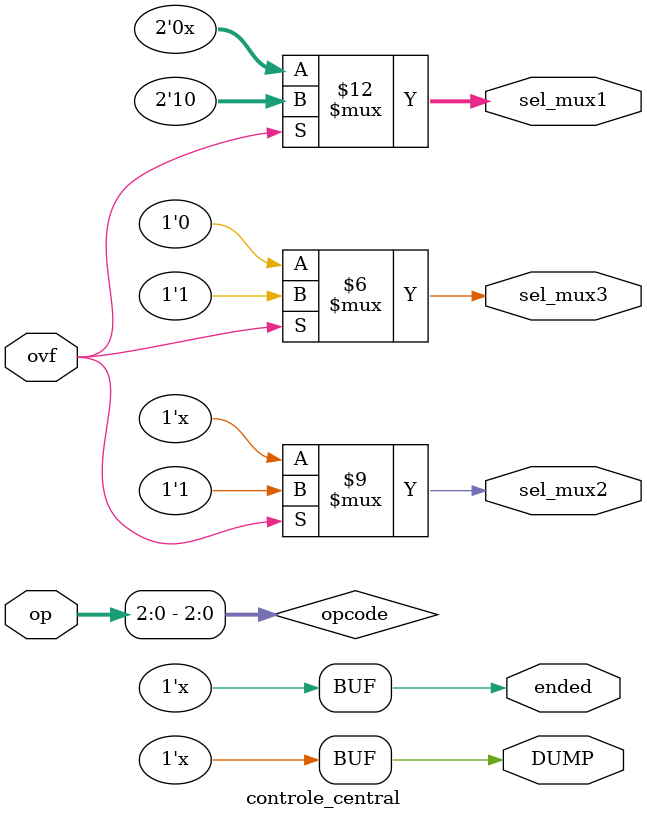
<source format=v>
module controle_central(
    input      [7:0] op,
    input            ovf,
    output reg       ended,
    output reg       DUMP,
    output reg [1:0] sel_mux1, // Mux com 3 entradas (X, -X ou 1)
    output reg       sel_mux2, // Mux com 2 entradas (Y ou Q)
    output reg       sel_mux3  // Mux com 2 entradas (ADDR ou 0xF)
);
    // Sempre que o nosso op_code mudar
	 reg[2:0] opcode ;
	 
    always @(opcode or ovf) begin
		opcode <= op[2:0];
      // Se tivermos overflow
      if (ovf == 1) begin
        sel_mux1 <= 2; // Liberamos o valor 1 para incrementar nosso contador
        sel_mux2 <= 1; // Escolhemos o conteúdo do endereço escolhido
        sel_mux3 <= 1; // Escolhemos a posição 0xF
      end
      else begin
        // Implementamos o controle dos Mux baseados diretamente no op_code
        sel_mux1 <= opcode[1]; // op[1] == 0 --> X; op[1] == 1 --> X em complemento de 2
        sel_mux2 <= opcode[0]; // op[0] == 0 --> Y; op[0] == 1 --> Conteúdo em ADDR 
        sel_mux3 <= 0;     // Escolhemos a posição na memória dada por ADDR
      end

      ended <= (opcode == 3'b100); // Se o op for 100, ended = 1
      DUMP  <= (opcode == 3'b111); // Se o op for 111, DUMP = 1
    end
endmodule
</source>
